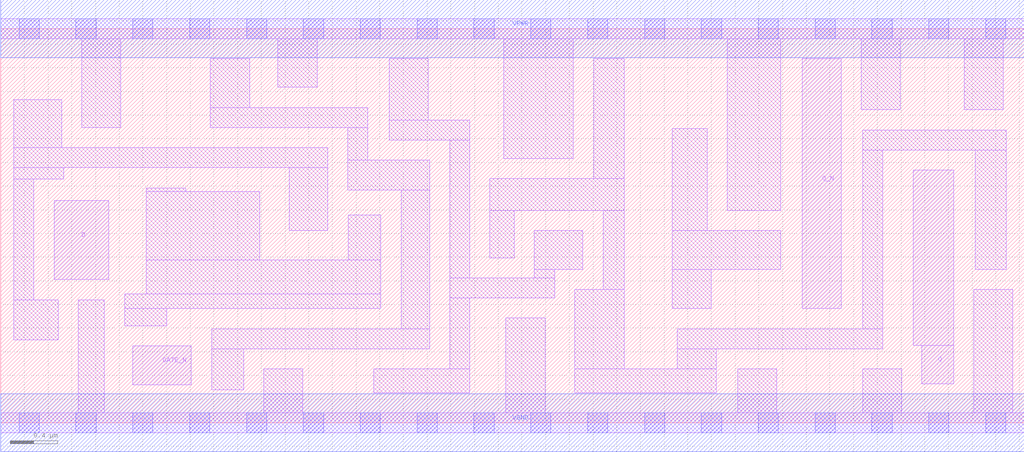
<source format=lef>
# Copyright 2020 The SkyWater PDK Authors
#
# Licensed under the Apache License, Version 2.0 (the "License");
# you may not use this file except in compliance with the License.
# You may obtain a copy of the License at
#
#     https://www.apache.org/licenses/LICENSE-2.0
#
# Unless required by applicable law or agreed to in writing, software
# distributed under the License is distributed on an "AS IS" BASIS,
# WITHOUT WARRANTIES OR CONDITIONS OF ANY KIND, either express or implied.
# See the License for the specific language governing permissions and
# limitations under the License.
#
# SPDX-License-Identifier: Apache-2.0

VERSION 5.7 ;
  NAMESCASESENSITIVE ON ;
  NOWIREEXTENSIONATPIN ON ;
  DIVIDERCHAR "/" ;
  BUSBITCHARS "[]" ;
UNITS
  DATABASE MICRONS 200 ;
END UNITS
MACRO sky130_fd_sc_lp__dlxbn_2
  CLASS CORE ;
  FOREIGN sky130_fd_sc_lp__dlxbn_2 ;
  ORIGIN  0.000000  0.000000 ;
  SIZE  8.640000 BY  3.330000 ;
  SYMMETRY X Y R90 ;
  SITE unit ;
  PIN D
    ANTENNAGATEAREA  0.159000 ;
    DIRECTION INPUT ;
    USE SIGNAL ;
    PORT
      LAYER li1 ;
        RECT 0.450000 1.210000 0.910000 1.880000 ;
    END
  END D
  PIN Q
    ANTENNADIFFAREA  0.588000 ;
    DIRECTION OUTPUT ;
    USE SIGNAL ;
    PORT
      LAYER li1 ;
        RECT 7.705000 0.655000 8.045000 2.135000 ;
        RECT 7.775000 0.330000 8.045000 0.655000 ;
    END
  END Q
  PIN Q_N
    ANTENNADIFFAREA  0.588000 ;
    DIRECTION OUTPUT ;
    USE SIGNAL ;
    PORT
      LAYER li1 ;
        RECT 6.765000 0.965000 7.095000 3.075000 ;
    END
  END Q_N
  PIN GATE_N
    ANTENNAGATEAREA  0.159000 ;
    DIRECTION INPUT ;
    USE CLOCK ;
    PORT
      LAYER li1 ;
        RECT 1.115000 0.320000 1.610000 0.650000 ;
    END
  END GATE_N
  PIN VGND
    DIRECTION INOUT ;
    USE GROUND ;
    PORT
      LAYER met1 ;
        RECT 0.000000 -0.245000 8.640000 0.245000 ;
    END
  END VGND
  PIN VPWR
    DIRECTION INOUT ;
    USE POWER ;
    PORT
      LAYER met1 ;
        RECT 0.000000 3.085000 8.640000 3.575000 ;
    END
  END VPWR
  OBS
    LAYER li1 ;
      RECT 0.000000 -0.085000 8.640000 0.085000 ;
      RECT 0.000000  3.245000 8.640000 3.415000 ;
      RECT 0.110000  0.700000 0.485000 1.040000 ;
      RECT 0.110000  1.040000 0.280000 2.060000 ;
      RECT 0.110000  2.060000 0.530000 2.155000 ;
      RECT 0.110000  2.155000 2.760000 2.325000 ;
      RECT 0.110000  2.325000 0.515000 2.730000 ;
      RECT 0.655000  0.085000 0.875000 1.040000 ;
      RECT 0.685000  2.495000 1.015000 3.245000 ;
      RECT 1.045000  0.820000 1.400000 0.965000 ;
      RECT 1.045000  0.965000 3.210000 1.090000 ;
      RECT 1.230000  1.090000 3.210000 1.375000 ;
      RECT 1.230000  1.375000 2.185000 1.955000 ;
      RECT 1.230000  1.955000 1.560000 1.985000 ;
      RECT 1.770000  2.495000 3.100000 2.665000 ;
      RECT 1.770000  2.665000 2.100000 3.075000 ;
      RECT 1.780000  0.280000 2.050000 0.625000 ;
      RECT 1.780000  0.625000 3.620000 0.795000 ;
      RECT 2.220000  0.085000 2.550000 0.455000 ;
      RECT 2.340000  2.835000 2.670000 3.245000 ;
      RECT 2.435000  1.625000 2.760000 2.155000 ;
      RECT 2.930000  1.965000 3.620000 2.220000 ;
      RECT 2.930000  2.220000 3.100000 2.495000 ;
      RECT 2.935000  1.375000 3.210000 1.755000 ;
      RECT 3.150000  0.255000 3.960000 0.455000 ;
      RECT 3.280000  2.390000 3.960000 2.560000 ;
      RECT 3.280000  2.560000 3.610000 3.075000 ;
      RECT 3.380000  0.795000 3.620000 1.965000 ;
      RECT 3.790000  0.455000 3.960000 1.055000 ;
      RECT 3.790000  1.055000 4.675000 1.225000 ;
      RECT 3.790000  1.225000 3.960000 2.390000 ;
      RECT 4.130000  1.395000 4.335000 1.795000 ;
      RECT 4.130000  1.795000 5.265000 2.065000 ;
      RECT 4.245000  2.235000 4.835000 3.245000 ;
      RECT 4.265000  0.085000 4.595000 0.885000 ;
      RECT 4.505000  1.225000 4.675000 1.295000 ;
      RECT 4.505000  1.295000 4.915000 1.625000 ;
      RECT 4.845000  0.255000 6.040000 0.455000 ;
      RECT 4.845000  0.455000 5.265000 1.125000 ;
      RECT 5.005000  2.065000 5.265000 3.075000 ;
      RECT 5.085000  1.125000 5.265000 1.795000 ;
      RECT 5.670000  0.965000 6.000000 1.295000 ;
      RECT 5.670000  1.295000 6.585000 1.625000 ;
      RECT 5.670000  1.625000 5.965000 2.485000 ;
      RECT 5.710000  0.455000 6.040000 0.625000 ;
      RECT 5.710000  0.625000 7.445000 0.795000 ;
      RECT 6.135000  1.795000 6.585000 3.245000 ;
      RECT 6.220000  0.085000 6.550000 0.455000 ;
      RECT 7.265000  2.645000 7.595000 3.245000 ;
      RECT 7.275000  0.085000 7.605000 0.455000 ;
      RECT 7.275000  0.795000 7.445000 2.305000 ;
      RECT 7.275000  2.305000 8.490000 2.475000 ;
      RECT 8.135000  2.645000 8.465000 3.245000 ;
      RECT 8.215000  0.085000 8.545000 1.125000 ;
      RECT 8.225000  1.295000 8.490000 2.305000 ;
    LAYER mcon ;
      RECT 0.155000 -0.085000 0.325000 0.085000 ;
      RECT 0.155000  3.245000 0.325000 3.415000 ;
      RECT 0.635000 -0.085000 0.805000 0.085000 ;
      RECT 0.635000  3.245000 0.805000 3.415000 ;
      RECT 1.115000 -0.085000 1.285000 0.085000 ;
      RECT 1.115000  3.245000 1.285000 3.415000 ;
      RECT 1.595000 -0.085000 1.765000 0.085000 ;
      RECT 1.595000  3.245000 1.765000 3.415000 ;
      RECT 2.075000 -0.085000 2.245000 0.085000 ;
      RECT 2.075000  3.245000 2.245000 3.415000 ;
      RECT 2.555000 -0.085000 2.725000 0.085000 ;
      RECT 2.555000  3.245000 2.725000 3.415000 ;
      RECT 3.035000 -0.085000 3.205000 0.085000 ;
      RECT 3.035000  3.245000 3.205000 3.415000 ;
      RECT 3.515000 -0.085000 3.685000 0.085000 ;
      RECT 3.515000  3.245000 3.685000 3.415000 ;
      RECT 3.995000 -0.085000 4.165000 0.085000 ;
      RECT 3.995000  3.245000 4.165000 3.415000 ;
      RECT 4.475000 -0.085000 4.645000 0.085000 ;
      RECT 4.475000  3.245000 4.645000 3.415000 ;
      RECT 4.955000 -0.085000 5.125000 0.085000 ;
      RECT 4.955000  3.245000 5.125000 3.415000 ;
      RECT 5.435000 -0.085000 5.605000 0.085000 ;
      RECT 5.435000  3.245000 5.605000 3.415000 ;
      RECT 5.915000 -0.085000 6.085000 0.085000 ;
      RECT 5.915000  3.245000 6.085000 3.415000 ;
      RECT 6.395000 -0.085000 6.565000 0.085000 ;
      RECT 6.395000  3.245000 6.565000 3.415000 ;
      RECT 6.875000 -0.085000 7.045000 0.085000 ;
      RECT 6.875000  3.245000 7.045000 3.415000 ;
      RECT 7.355000 -0.085000 7.525000 0.085000 ;
      RECT 7.355000  3.245000 7.525000 3.415000 ;
      RECT 7.835000 -0.085000 8.005000 0.085000 ;
      RECT 7.835000  3.245000 8.005000 3.415000 ;
      RECT 8.315000 -0.085000 8.485000 0.085000 ;
      RECT 8.315000  3.245000 8.485000 3.415000 ;
  END
END sky130_fd_sc_lp__dlxbn_2
END LIBRARY

</source>
